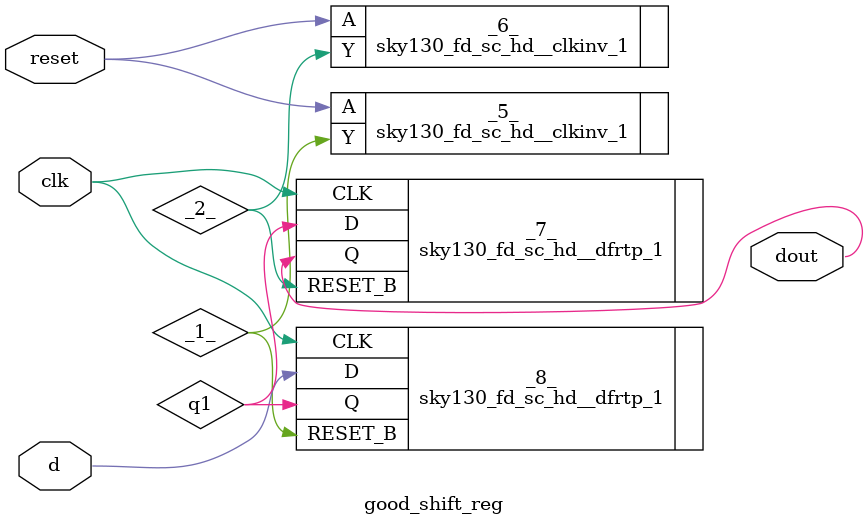
<source format=v>
/* Generated by Yosys 0.7 (git sha1 61f6811, gcc 6.2.0-11ubuntu1 -O2 -fdebug-prefix-map=/build/yosys-OIL3SR/yosys-0.7=. -fstack-protector-strong -fPIC -Os) */

module good_shift_reg(clk, reset, d, dout);
  wire _0_;
  wire _1_;
  wire _2_;
  wire _3_;
  wire _4_;
  input clk;
  input d;
  output dout;
  wire q1;
  input reset;
  sky130_fd_sc_hd__clkinv_1 _5_ (
    .A(_0_),
    .Y(_1_)
  );
  sky130_fd_sc_hd__clkinv_1 _6_ (
    .A(_0_),
    .Y(_2_)
  );
  sky130_fd_sc_hd__dfrtp_1 _7_ (
    .CLK(clk),
    .D(q1),
    .Q(dout),
    .RESET_B(_3_)
  );
  sky130_fd_sc_hd__dfrtp_1 _8_ (
    .CLK(clk),
    .D(d),
    .Q(q1),
    .RESET_B(_4_)
  );
  assign _0_ = reset;
  assign _4_ = _1_;
  assign _3_ = _2_;
endmodule

</source>
